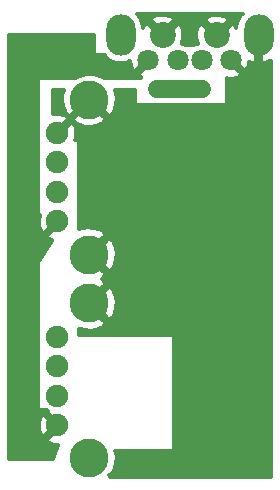
<source format=gbr>
G04 #@! TF.GenerationSoftware,KiCad,Pcbnew,(5.0.0)*
G04 #@! TF.CreationDate,2018-10-08T17:29:21-04:00*
G04 #@! TF.ProjectId,m3_usb_split,6D335F7573625F73706C69742E6B6963,0*
G04 #@! TF.SameCoordinates,Original*
G04 #@! TF.FileFunction,Copper,L1,Top,Signal*
G04 #@! TF.FilePolarity,Positive*
%FSLAX46Y46*%
G04 Gerber Fmt 4.6, Leading zero omitted, Abs format (unit mm)*
G04 Created by KiCad (PCBNEW (5.0.0)) date 10/08/18 17:29:21*
%MOMM*%
%LPD*%
G01*
G04 APERTURE LIST*
G04 #@! TA.AperFunction,ComponentPad*
%ADD10C,1.900000*%
G04 #@! TD*
G04 #@! TA.AperFunction,ComponentPad*
%ADD11C,3.300000*%
G04 #@! TD*
G04 #@! TA.AperFunction,ComponentPad*
%ADD12O,2.500000X3.500000*%
G04 #@! TD*
G04 #@! TA.AperFunction,ComponentPad*
%ADD13C,2.200000*%
G04 #@! TD*
G04 #@! TA.AperFunction,ComponentPad*
%ADD14C,1.800000*%
G04 #@! TD*
G04 #@! TA.AperFunction,ViaPad*
%ADD15C,1.100000*%
G04 #@! TD*
G04 #@! TA.AperFunction,Conductor*
%ADD16C,1.000000*%
G04 #@! TD*
G04 #@! TA.AperFunction,Conductor*
%ADD17C,0.500000*%
G04 #@! TD*
G04 #@! TA.AperFunction,Conductor*
%ADD18C,1.500000*%
G04 #@! TD*
G04 #@! TA.AperFunction,Conductor*
%ADD19C,0.400000*%
G04 #@! TD*
G04 #@! TA.AperFunction,Conductor*
%ADD20C,0.300000*%
G04 #@! TD*
G04 APERTURE END LIST*
D10*
G04 #@! TO.P,J3,4*
G04 #@! TO.N,GND*
X107790000Y-127750000D03*
G04 #@! TO.P,J3,3*
G04 #@! TO.N,Net-(J3-Pad3)*
X107800000Y-130250000D03*
G04 #@! TO.P,J3,2*
G04 #@! TO.N,Net-(J3-Pad2)*
X107775000Y-132750000D03*
G04 #@! TO.P,J3,1*
G04 #@! TO.N,VBUS*
X107790000Y-135250000D03*
D11*
G04 #@! TO.P,J3,5*
G04 #@! TO.N,GND*
X110500000Y-124930000D03*
X110500000Y-138070000D03*
G04 #@! TD*
D12*
G04 #@! TO.P,J1,5*
G04 #@! TO.N,GND*
X124850000Y-102250000D03*
X113150000Y-102250000D03*
D13*
X121300000Y-102250000D03*
X116700000Y-102250000D03*
D14*
G04 #@! TO.P,J1,4*
X122500000Y-104350000D03*
G04 #@! TO.P,J1,3*
G04 #@! TO.N,Net-(J1-Pad3)*
X120000000Y-104350000D03*
G04 #@! TO.P,J1,2*
G04 #@! TO.N,Net-(J1-Pad2)*
X118000000Y-104350000D03*
G04 #@! TO.P,J1,1*
G04 #@! TO.N,VBUS*
X115500000Y-104350000D03*
G04 #@! TD*
D11*
G04 #@! TO.P,J2,5*
G04 #@! TO.N,GND*
X110500000Y-120820000D03*
X110500000Y-107680000D03*
D10*
G04 #@! TO.P,J2,1*
G04 #@! TO.N,VBUS*
X107790000Y-118000000D03*
G04 #@! TO.P,J2,2*
G04 #@! TO.N,Net-(J1-Pad2)*
X107775000Y-115500000D03*
G04 #@! TO.P,J2,3*
G04 #@! TO.N,Net-(J1-Pad3)*
X107800000Y-113000000D03*
G04 #@! TO.P,J2,4*
G04 #@! TO.N,GND*
X107790000Y-110500000D03*
G04 #@! TD*
D15*
G04 #@! TO.N,GND*
X124750000Y-106250000D03*
X121500000Y-109500000D03*
X116250000Y-114750000D03*
X117750000Y-139000000D03*
X118250000Y-126500000D03*
X114000000Y-126500000D03*
X114000000Y-123250000D03*
X118500000Y-123250000D03*
X118500000Y-120250000D03*
X118500000Y-116500000D03*
X124500000Y-116500000D03*
X124500000Y-120000000D03*
X124500000Y-124000000D03*
X124500000Y-128000000D03*
X124500000Y-130500000D03*
X124500000Y-133500000D03*
X124500000Y-136250000D03*
X124500000Y-139000000D03*
X121000000Y-139000000D03*
G04 #@! TO.N,Net-(J1-Pad3)*
X120000000Y-106750000D03*
X116250000Y-106750000D03*
G04 #@! TD*
D16*
G04 #@! TO.N,GND*
X116000000Y-114750000D02*
X116250000Y-114750000D01*
X121500000Y-109500000D02*
X124750000Y-106250000D01*
D17*
X114000000Y-123250000D02*
X114000000Y-126500000D01*
X118500000Y-120250000D02*
X118500000Y-123250000D01*
X124500000Y-116500000D02*
X118500000Y-116500000D01*
X124500000Y-124000000D02*
X124500000Y-120000000D01*
X124500000Y-130500000D02*
X124500000Y-128000000D01*
X124500000Y-136250000D02*
X124500000Y-133500000D01*
X121000000Y-139000000D02*
X124500000Y-139000000D01*
D18*
G04 #@! TO.N,Net-(J1-Pad3)*
X116250000Y-106750000D02*
X120000000Y-106750000D01*
G04 #@! TD*
D19*
G04 #@! TO.N,VBUS*
G36*
X110800000Y-103750000D02*
X110803843Y-103789018D01*
X110815224Y-103826537D01*
X110833706Y-103861114D01*
X110858579Y-103891421D01*
X110888886Y-103916294D01*
X110923463Y-103934776D01*
X110960982Y-103946157D01*
X111000000Y-103950000D01*
X111741575Y-103950000D01*
X111835523Y-104064477D01*
X112117222Y-104295661D01*
X112438610Y-104467447D01*
X112787337Y-104573232D01*
X113150000Y-104608951D01*
X113512662Y-104573232D01*
X113861389Y-104467447D01*
X113888993Y-104452692D01*
X113934470Y-104749825D01*
X114042553Y-105047562D01*
X114110284Y-105174278D01*
X114382107Y-105255761D01*
X115287868Y-104350000D01*
X115273726Y-104335858D01*
X115485858Y-104123726D01*
X115500000Y-104137868D01*
X115514143Y-104123726D01*
X115550000Y-104159583D01*
X115550000Y-104540417D01*
X115514143Y-104576275D01*
X115500000Y-104562132D01*
X114594239Y-105467893D01*
X114675722Y-105739716D01*
X114804718Y-105800000D01*
X111736274Y-105800000D01*
X111565775Y-105686076D01*
X111156301Y-105516466D01*
X110721606Y-105430000D01*
X110278394Y-105430000D01*
X109843699Y-105516466D01*
X109434225Y-105686076D01*
X109263726Y-105800000D01*
X106250000Y-105800000D01*
X106210982Y-105803843D01*
X106173463Y-105815224D01*
X106138886Y-105833706D01*
X106108579Y-105858579D01*
X106083706Y-105888886D01*
X106065224Y-105923463D01*
X106053843Y-105960982D01*
X106050000Y-106000000D01*
X106050000Y-117250000D01*
X106053843Y-117289018D01*
X106065224Y-117326537D01*
X106083706Y-117361114D01*
X106108579Y-117391421D01*
X106138886Y-117416294D01*
X106173463Y-117434776D01*
X106210982Y-117446157D01*
X106219019Y-117446949D01*
X106141573Y-117758510D01*
X106126135Y-118084743D01*
X106174638Y-118407718D01*
X106285218Y-118715026D01*
X106359466Y-118853934D01*
X106636393Y-118941475D01*
X107577868Y-118000000D01*
X107563726Y-117985858D01*
X107775858Y-117773726D01*
X107790000Y-117787868D01*
X107804143Y-117773726D01*
X108016275Y-117985858D01*
X108002132Y-118000000D01*
X108016275Y-118014143D01*
X107804143Y-118226275D01*
X107790000Y-118212132D01*
X106848525Y-119153607D01*
X106936066Y-119430534D01*
X107223110Y-119565664D01*
X106080400Y-121394000D01*
X106062980Y-121429124D01*
X106052746Y-121466972D01*
X106050000Y-121500000D01*
X106050000Y-133750000D01*
X106053843Y-133789018D01*
X106065224Y-133826537D01*
X106083706Y-133861114D01*
X106108579Y-133891421D01*
X106138886Y-133916294D01*
X106173463Y-133934776D01*
X106210982Y-133946157D01*
X106250000Y-133950000D01*
X106782968Y-133950000D01*
X106786932Y-133953964D01*
X106874956Y-134012780D01*
X106848525Y-134096393D01*
X107790000Y-135037868D01*
X107804143Y-135023726D01*
X108016275Y-135235858D01*
X108002132Y-135250000D01*
X108016275Y-135264143D01*
X107804143Y-135476275D01*
X107790000Y-135462132D01*
X106848525Y-136403607D01*
X106936066Y-136680534D01*
X107231558Y-136819641D01*
X107548510Y-136898427D01*
X107736736Y-136907334D01*
X107355848Y-138050000D01*
X103700000Y-138050000D01*
X103700000Y-135334743D01*
X106126135Y-135334743D01*
X106174638Y-135657718D01*
X106285218Y-135965026D01*
X106359466Y-136103934D01*
X106636393Y-136191475D01*
X107577868Y-135250000D01*
X106636393Y-134308525D01*
X106359466Y-134396066D01*
X106220359Y-134691558D01*
X106141573Y-135008510D01*
X106126135Y-135334743D01*
X103700000Y-135334743D01*
X103700000Y-102200000D01*
X110800000Y-102200000D01*
X110800000Y-103750000D01*
X110800000Y-103750000D01*
G37*
X110800000Y-103750000D02*
X110803843Y-103789018D01*
X110815224Y-103826537D01*
X110833706Y-103861114D01*
X110858579Y-103891421D01*
X110888886Y-103916294D01*
X110923463Y-103934776D01*
X110960982Y-103946157D01*
X111000000Y-103950000D01*
X111741575Y-103950000D01*
X111835523Y-104064477D01*
X112117222Y-104295661D01*
X112438610Y-104467447D01*
X112787337Y-104573232D01*
X113150000Y-104608951D01*
X113512662Y-104573232D01*
X113861389Y-104467447D01*
X113888993Y-104452692D01*
X113934470Y-104749825D01*
X114042553Y-105047562D01*
X114110284Y-105174278D01*
X114382107Y-105255761D01*
X115287868Y-104350000D01*
X115273726Y-104335858D01*
X115485858Y-104123726D01*
X115500000Y-104137868D01*
X115514143Y-104123726D01*
X115550000Y-104159583D01*
X115550000Y-104540417D01*
X115514143Y-104576275D01*
X115500000Y-104562132D01*
X114594239Y-105467893D01*
X114675722Y-105739716D01*
X114804718Y-105800000D01*
X111736274Y-105800000D01*
X111565775Y-105686076D01*
X111156301Y-105516466D01*
X110721606Y-105430000D01*
X110278394Y-105430000D01*
X109843699Y-105516466D01*
X109434225Y-105686076D01*
X109263726Y-105800000D01*
X106250000Y-105800000D01*
X106210982Y-105803843D01*
X106173463Y-105815224D01*
X106138886Y-105833706D01*
X106108579Y-105858579D01*
X106083706Y-105888886D01*
X106065224Y-105923463D01*
X106053843Y-105960982D01*
X106050000Y-106000000D01*
X106050000Y-117250000D01*
X106053843Y-117289018D01*
X106065224Y-117326537D01*
X106083706Y-117361114D01*
X106108579Y-117391421D01*
X106138886Y-117416294D01*
X106173463Y-117434776D01*
X106210982Y-117446157D01*
X106219019Y-117446949D01*
X106141573Y-117758510D01*
X106126135Y-118084743D01*
X106174638Y-118407718D01*
X106285218Y-118715026D01*
X106359466Y-118853934D01*
X106636393Y-118941475D01*
X107577868Y-118000000D01*
X107563726Y-117985858D01*
X107775858Y-117773726D01*
X107790000Y-117787868D01*
X107804143Y-117773726D01*
X108016275Y-117985858D01*
X108002132Y-118000000D01*
X108016275Y-118014143D01*
X107804143Y-118226275D01*
X107790000Y-118212132D01*
X106848525Y-119153607D01*
X106936066Y-119430534D01*
X107223110Y-119565664D01*
X106080400Y-121394000D01*
X106062980Y-121429124D01*
X106052746Y-121466972D01*
X106050000Y-121500000D01*
X106050000Y-133750000D01*
X106053843Y-133789018D01*
X106065224Y-133826537D01*
X106083706Y-133861114D01*
X106108579Y-133891421D01*
X106138886Y-133916294D01*
X106173463Y-133934776D01*
X106210982Y-133946157D01*
X106250000Y-133950000D01*
X106782968Y-133950000D01*
X106786932Y-133953964D01*
X106874956Y-134012780D01*
X106848525Y-134096393D01*
X107790000Y-135037868D01*
X107804143Y-135023726D01*
X108016275Y-135235858D01*
X108002132Y-135250000D01*
X108016275Y-135264143D01*
X107804143Y-135476275D01*
X107790000Y-135462132D01*
X106848525Y-136403607D01*
X106936066Y-136680534D01*
X107231558Y-136819641D01*
X107548510Y-136898427D01*
X107736736Y-136907334D01*
X107355848Y-138050000D01*
X103700000Y-138050000D01*
X103700000Y-135334743D01*
X106126135Y-135334743D01*
X106174638Y-135657718D01*
X106285218Y-135965026D01*
X106359466Y-136103934D01*
X106636393Y-136191475D01*
X107577868Y-135250000D01*
X106636393Y-134308525D01*
X106359466Y-134396066D01*
X106220359Y-134691558D01*
X106141573Y-135008510D01*
X106126135Y-135334743D01*
X103700000Y-135334743D01*
X103700000Y-102200000D01*
X110800000Y-102200000D01*
X110800000Y-103750000D01*
D20*
G04 #@! TO.N,GND*
G36*
X125050000Y-102050000D02*
X125070000Y-102050000D01*
X125070000Y-102450000D01*
X125050000Y-102450000D01*
X125050000Y-104481991D01*
X125344370Y-104592841D01*
X125395385Y-104589298D01*
X125743735Y-104447557D01*
X125850000Y-104377512D01*
X125850000Y-139600000D01*
X112248772Y-139600000D01*
X112280809Y-139567963D01*
X112158426Y-139445580D01*
X112486813Y-139266290D01*
X112682021Y-138855696D01*
X112793376Y-138414908D01*
X112816597Y-137960864D01*
X112750793Y-137511015D01*
X112711323Y-137400000D01*
X117500000Y-137400000D01*
X117529264Y-137397118D01*
X117557403Y-137388582D01*
X117583336Y-137374720D01*
X117606066Y-137356066D01*
X117624720Y-137333336D01*
X117638582Y-137307403D01*
X117647118Y-137279264D01*
X117650000Y-137250000D01*
X117650000Y-127750000D01*
X117647118Y-127720736D01*
X117638582Y-127692597D01*
X117624720Y-127666664D01*
X117606066Y-127643934D01*
X117583336Y-127625280D01*
X117557403Y-127611418D01*
X117529264Y-127602882D01*
X117500000Y-127600000D01*
X109650000Y-127600000D01*
X109650000Y-127081449D01*
X109714304Y-127112021D01*
X110155092Y-127223376D01*
X110609136Y-127246597D01*
X111058985Y-127180793D01*
X111487352Y-127028492D01*
X111696290Y-126916813D01*
X111875581Y-126588423D01*
X110500000Y-125212843D01*
X110485858Y-125226985D01*
X110203015Y-124944142D01*
X110217157Y-124930000D01*
X110782843Y-124930000D01*
X112158423Y-126305581D01*
X112486813Y-126126290D01*
X112682021Y-125715696D01*
X112793376Y-125274908D01*
X112816597Y-124820864D01*
X112750793Y-124371015D01*
X112598492Y-123942648D01*
X112486813Y-123733710D01*
X112158423Y-123554419D01*
X110782843Y-124930000D01*
X110217157Y-124930000D01*
X110203015Y-124915858D01*
X110485858Y-124633015D01*
X110500000Y-124647157D01*
X111875581Y-123271577D01*
X111696290Y-122943187D01*
X111561258Y-122878989D01*
X111696290Y-122806813D01*
X111875581Y-122478423D01*
X110500000Y-121102843D01*
X110485858Y-121116985D01*
X110203015Y-120834142D01*
X110217157Y-120820000D01*
X110782843Y-120820000D01*
X112158423Y-122195581D01*
X112486813Y-122016290D01*
X112682021Y-121605696D01*
X112793376Y-121164908D01*
X112816597Y-120710864D01*
X112750793Y-120261015D01*
X112598492Y-119832648D01*
X112486813Y-119623710D01*
X112158423Y-119444419D01*
X110782843Y-120820000D01*
X110217157Y-120820000D01*
X110203015Y-120805858D01*
X110485858Y-120523015D01*
X110500000Y-120537157D01*
X111875581Y-119161577D01*
X111696290Y-118833187D01*
X111285696Y-118637979D01*
X110844908Y-118526624D01*
X110390864Y-118503403D01*
X109941015Y-118569207D01*
X109650000Y-118672674D01*
X109650000Y-111250000D01*
X109647118Y-111220736D01*
X109638582Y-111192597D01*
X109624720Y-111166664D01*
X109606066Y-111143934D01*
X109583336Y-111125280D01*
X109557403Y-111111418D01*
X109529264Y-111102882D01*
X109500000Y-111100000D01*
X109282354Y-111100000D01*
X109329806Y-110989631D01*
X109395742Y-110679821D01*
X109399970Y-110363102D01*
X109342327Y-110051643D01*
X109225029Y-109757415D01*
X109204697Y-109719375D01*
X108947840Y-109625003D01*
X108072843Y-110500000D01*
X108086985Y-110514142D01*
X107804142Y-110796985D01*
X107790000Y-110782843D01*
X107775858Y-110796985D01*
X107493015Y-110514142D01*
X107507157Y-110500000D01*
X107493015Y-110485858D01*
X107775858Y-110203015D01*
X107790000Y-110217157D01*
X108664997Y-109342160D01*
X108663624Y-109338423D01*
X109124419Y-109338423D01*
X109303710Y-109666813D01*
X109714304Y-109862021D01*
X110155092Y-109973376D01*
X110609136Y-109996597D01*
X111058985Y-109930793D01*
X111487352Y-109778492D01*
X111696290Y-109666813D01*
X111875581Y-109338423D01*
X110500000Y-107962843D01*
X109124419Y-109338423D01*
X108663624Y-109338423D01*
X108570625Y-109085303D01*
X108279631Y-108960194D01*
X107969821Y-108894258D01*
X107653102Y-108890030D01*
X107400000Y-108936873D01*
X107400000Y-106900000D01*
X108316540Y-106900000D01*
X108206624Y-107335092D01*
X108183403Y-107789136D01*
X108249207Y-108238985D01*
X108401508Y-108667352D01*
X108513187Y-108876290D01*
X108841577Y-109055581D01*
X110217157Y-107680000D01*
X110203015Y-107665858D01*
X110485858Y-107383015D01*
X110500000Y-107397157D01*
X110514142Y-107383015D01*
X110796985Y-107665858D01*
X110782843Y-107680000D01*
X112158423Y-109055581D01*
X112486813Y-108876290D01*
X112682021Y-108465696D01*
X112793376Y-108024908D01*
X112816597Y-107570864D01*
X112750793Y-107121015D01*
X112672214Y-106900000D01*
X114350000Y-106900000D01*
X114350000Y-108000000D01*
X114352882Y-108029264D01*
X114361418Y-108057403D01*
X114375280Y-108083336D01*
X114393934Y-108106066D01*
X114416664Y-108124720D01*
X114442597Y-108138582D01*
X114470736Y-108147118D01*
X114500000Y-108150000D01*
X122000000Y-108150000D01*
X122029264Y-108147118D01*
X122057403Y-108138582D01*
X122083336Y-108124720D01*
X122106066Y-108106066D01*
X122124720Y-108083336D01*
X122138582Y-108057403D01*
X122147118Y-108029264D01*
X122150000Y-108000000D01*
X122150000Y-105868525D01*
X122332001Y-105906498D01*
X122638886Y-105909365D01*
X122940435Y-105852307D01*
X123225057Y-105737516D01*
X123250857Y-105723726D01*
X123339116Y-105471959D01*
X122500000Y-104632843D01*
X122485858Y-104646985D01*
X122203015Y-104364142D01*
X122217157Y-104350000D01*
X122203015Y-104335858D01*
X122485858Y-104053015D01*
X122500000Y-104067157D01*
X122514142Y-104053015D01*
X122796985Y-104335858D01*
X122782843Y-104350000D01*
X123621959Y-105189116D01*
X123873726Y-105100857D01*
X123993815Y-104818429D01*
X124056498Y-104517999D01*
X124056774Y-104488453D01*
X124304615Y-104589298D01*
X124355630Y-104592841D01*
X124650000Y-104481991D01*
X124650000Y-102450000D01*
X124630000Y-102450000D01*
X124630000Y-102050000D01*
X124650000Y-102050000D01*
X124650000Y-102030000D01*
X125050000Y-102030000D01*
X125050000Y-102050000D01*
X125050000Y-102050000D01*
G37*
X125050000Y-102050000D02*
X125070000Y-102050000D01*
X125070000Y-102450000D01*
X125050000Y-102450000D01*
X125050000Y-104481991D01*
X125344370Y-104592841D01*
X125395385Y-104589298D01*
X125743735Y-104447557D01*
X125850000Y-104377512D01*
X125850000Y-139600000D01*
X112248772Y-139600000D01*
X112280809Y-139567963D01*
X112158426Y-139445580D01*
X112486813Y-139266290D01*
X112682021Y-138855696D01*
X112793376Y-138414908D01*
X112816597Y-137960864D01*
X112750793Y-137511015D01*
X112711323Y-137400000D01*
X117500000Y-137400000D01*
X117529264Y-137397118D01*
X117557403Y-137388582D01*
X117583336Y-137374720D01*
X117606066Y-137356066D01*
X117624720Y-137333336D01*
X117638582Y-137307403D01*
X117647118Y-137279264D01*
X117650000Y-137250000D01*
X117650000Y-127750000D01*
X117647118Y-127720736D01*
X117638582Y-127692597D01*
X117624720Y-127666664D01*
X117606066Y-127643934D01*
X117583336Y-127625280D01*
X117557403Y-127611418D01*
X117529264Y-127602882D01*
X117500000Y-127600000D01*
X109650000Y-127600000D01*
X109650000Y-127081449D01*
X109714304Y-127112021D01*
X110155092Y-127223376D01*
X110609136Y-127246597D01*
X111058985Y-127180793D01*
X111487352Y-127028492D01*
X111696290Y-126916813D01*
X111875581Y-126588423D01*
X110500000Y-125212843D01*
X110485858Y-125226985D01*
X110203015Y-124944142D01*
X110217157Y-124930000D01*
X110782843Y-124930000D01*
X112158423Y-126305581D01*
X112486813Y-126126290D01*
X112682021Y-125715696D01*
X112793376Y-125274908D01*
X112816597Y-124820864D01*
X112750793Y-124371015D01*
X112598492Y-123942648D01*
X112486813Y-123733710D01*
X112158423Y-123554419D01*
X110782843Y-124930000D01*
X110217157Y-124930000D01*
X110203015Y-124915858D01*
X110485858Y-124633015D01*
X110500000Y-124647157D01*
X111875581Y-123271577D01*
X111696290Y-122943187D01*
X111561258Y-122878989D01*
X111696290Y-122806813D01*
X111875581Y-122478423D01*
X110500000Y-121102843D01*
X110485858Y-121116985D01*
X110203015Y-120834142D01*
X110217157Y-120820000D01*
X110782843Y-120820000D01*
X112158423Y-122195581D01*
X112486813Y-122016290D01*
X112682021Y-121605696D01*
X112793376Y-121164908D01*
X112816597Y-120710864D01*
X112750793Y-120261015D01*
X112598492Y-119832648D01*
X112486813Y-119623710D01*
X112158423Y-119444419D01*
X110782843Y-120820000D01*
X110217157Y-120820000D01*
X110203015Y-120805858D01*
X110485858Y-120523015D01*
X110500000Y-120537157D01*
X111875581Y-119161577D01*
X111696290Y-118833187D01*
X111285696Y-118637979D01*
X110844908Y-118526624D01*
X110390864Y-118503403D01*
X109941015Y-118569207D01*
X109650000Y-118672674D01*
X109650000Y-111250000D01*
X109647118Y-111220736D01*
X109638582Y-111192597D01*
X109624720Y-111166664D01*
X109606066Y-111143934D01*
X109583336Y-111125280D01*
X109557403Y-111111418D01*
X109529264Y-111102882D01*
X109500000Y-111100000D01*
X109282354Y-111100000D01*
X109329806Y-110989631D01*
X109395742Y-110679821D01*
X109399970Y-110363102D01*
X109342327Y-110051643D01*
X109225029Y-109757415D01*
X109204697Y-109719375D01*
X108947840Y-109625003D01*
X108072843Y-110500000D01*
X108086985Y-110514142D01*
X107804142Y-110796985D01*
X107790000Y-110782843D01*
X107775858Y-110796985D01*
X107493015Y-110514142D01*
X107507157Y-110500000D01*
X107493015Y-110485858D01*
X107775858Y-110203015D01*
X107790000Y-110217157D01*
X108664997Y-109342160D01*
X108663624Y-109338423D01*
X109124419Y-109338423D01*
X109303710Y-109666813D01*
X109714304Y-109862021D01*
X110155092Y-109973376D01*
X110609136Y-109996597D01*
X111058985Y-109930793D01*
X111487352Y-109778492D01*
X111696290Y-109666813D01*
X111875581Y-109338423D01*
X110500000Y-107962843D01*
X109124419Y-109338423D01*
X108663624Y-109338423D01*
X108570625Y-109085303D01*
X108279631Y-108960194D01*
X107969821Y-108894258D01*
X107653102Y-108890030D01*
X107400000Y-108936873D01*
X107400000Y-106900000D01*
X108316540Y-106900000D01*
X108206624Y-107335092D01*
X108183403Y-107789136D01*
X108249207Y-108238985D01*
X108401508Y-108667352D01*
X108513187Y-108876290D01*
X108841577Y-109055581D01*
X110217157Y-107680000D01*
X110203015Y-107665858D01*
X110485858Y-107383015D01*
X110500000Y-107397157D01*
X110514142Y-107383015D01*
X110796985Y-107665858D01*
X110782843Y-107680000D01*
X112158423Y-109055581D01*
X112486813Y-108876290D01*
X112682021Y-108465696D01*
X112793376Y-108024908D01*
X112816597Y-107570864D01*
X112750793Y-107121015D01*
X112672214Y-106900000D01*
X114350000Y-106900000D01*
X114350000Y-108000000D01*
X114352882Y-108029264D01*
X114361418Y-108057403D01*
X114375280Y-108083336D01*
X114393934Y-108106066D01*
X114416664Y-108124720D01*
X114442597Y-108138582D01*
X114470736Y-108147118D01*
X114500000Y-108150000D01*
X122000000Y-108150000D01*
X122029264Y-108147118D01*
X122057403Y-108138582D01*
X122083336Y-108124720D01*
X122106066Y-108106066D01*
X122124720Y-108083336D01*
X122138582Y-108057403D01*
X122147118Y-108029264D01*
X122150000Y-108000000D01*
X122150000Y-105868525D01*
X122332001Y-105906498D01*
X122638886Y-105909365D01*
X122940435Y-105852307D01*
X123225057Y-105737516D01*
X123250857Y-105723726D01*
X123339116Y-105471959D01*
X122500000Y-104632843D01*
X122485858Y-104646985D01*
X122203015Y-104364142D01*
X122217157Y-104350000D01*
X122203015Y-104335858D01*
X122485858Y-104053015D01*
X122500000Y-104067157D01*
X122514142Y-104053015D01*
X122796985Y-104335858D01*
X122782843Y-104350000D01*
X123621959Y-105189116D01*
X123873726Y-105100857D01*
X123993815Y-104818429D01*
X124056498Y-104517999D01*
X124056774Y-104488453D01*
X124304615Y-104589298D01*
X124355630Y-104592841D01*
X124650000Y-104481991D01*
X124650000Y-102450000D01*
X124630000Y-102450000D01*
X124630000Y-102050000D01*
X124650000Y-102050000D01*
X124650000Y-102030000D01*
X125050000Y-102030000D01*
X125050000Y-102050000D01*
G36*
X110796985Y-138055858D02*
X110782843Y-138070000D01*
X110796985Y-138084142D01*
X110514142Y-138366985D01*
X110500000Y-138352843D01*
X110485858Y-138366985D01*
X110203015Y-138084142D01*
X110217157Y-138070000D01*
X110203015Y-138055858D01*
X110485858Y-137773015D01*
X110500000Y-137787157D01*
X110514142Y-137773015D01*
X110796985Y-138055858D01*
X110796985Y-138055858D01*
G37*
X110796985Y-138055858D02*
X110782843Y-138070000D01*
X110796985Y-138084142D01*
X110514142Y-138366985D01*
X110500000Y-138352843D01*
X110485858Y-138366985D01*
X110203015Y-138084142D01*
X110217157Y-138070000D01*
X110203015Y-138055858D01*
X110485858Y-137773015D01*
X110500000Y-137787157D01*
X110514142Y-137773015D01*
X110796985Y-138055858D01*
G36*
X123374670Y-100523679D02*
X123163775Y-100835065D01*
X123017680Y-101181611D01*
X122942000Y-101550000D01*
X122942000Y-101621960D01*
X122877441Y-101454876D01*
X122837501Y-101380153D01*
X122565348Y-101267494D01*
X121582843Y-102250000D01*
X121596985Y-102264142D01*
X121314142Y-102546985D01*
X121300000Y-102532843D01*
X121285858Y-102546985D01*
X121003015Y-102264142D01*
X121017157Y-102250000D01*
X120034652Y-101267494D01*
X119762499Y-101380153D01*
X119622342Y-101696819D01*
X119546658Y-102034743D01*
X119538353Y-102380938D01*
X119597748Y-102722103D01*
X119680096Y-102935226D01*
X119577051Y-102955723D01*
X119313167Y-103065027D01*
X119260826Y-103100000D01*
X118739174Y-103100000D01*
X118686833Y-103065027D01*
X118422949Y-102955723D01*
X118319270Y-102935100D01*
X118377658Y-102803181D01*
X118453342Y-102465257D01*
X118461647Y-102119062D01*
X118402252Y-101777897D01*
X118277441Y-101454876D01*
X118237501Y-101380153D01*
X117965348Y-101267494D01*
X116982843Y-102250000D01*
X116996985Y-102264142D01*
X116714142Y-102546985D01*
X116700000Y-102532843D01*
X116685858Y-102546985D01*
X116403015Y-102264142D01*
X116417157Y-102250000D01*
X115434652Y-101267494D01*
X115162499Y-101380153D01*
X115058000Y-101616255D01*
X115058000Y-101550000D01*
X114982320Y-101181611D01*
X114899288Y-100984652D01*
X115717494Y-100984652D01*
X116700000Y-101967157D01*
X117682506Y-100984652D01*
X120317494Y-100984652D01*
X121300000Y-101967157D01*
X122282506Y-100984652D01*
X122169847Y-100712499D01*
X121853181Y-100572342D01*
X121515257Y-100496658D01*
X121169062Y-100488353D01*
X120827897Y-100547748D01*
X120504876Y-100672559D01*
X120430153Y-100712499D01*
X120317494Y-100984652D01*
X117682506Y-100984652D01*
X117569847Y-100712499D01*
X117253181Y-100572342D01*
X116915257Y-100496658D01*
X116569062Y-100488353D01*
X116227897Y-100547748D01*
X115904876Y-100672559D01*
X115830153Y-100712499D01*
X115717494Y-100984652D01*
X114899288Y-100984652D01*
X114836225Y-100835065D01*
X114625330Y-100523679D01*
X114500092Y-100400000D01*
X123499908Y-100400000D01*
X123374670Y-100523679D01*
X123374670Y-100523679D01*
G37*
X123374670Y-100523679D02*
X123163775Y-100835065D01*
X123017680Y-101181611D01*
X122942000Y-101550000D01*
X122942000Y-101621960D01*
X122877441Y-101454876D01*
X122837501Y-101380153D01*
X122565348Y-101267494D01*
X121582843Y-102250000D01*
X121596985Y-102264142D01*
X121314142Y-102546985D01*
X121300000Y-102532843D01*
X121285858Y-102546985D01*
X121003015Y-102264142D01*
X121017157Y-102250000D01*
X120034652Y-101267494D01*
X119762499Y-101380153D01*
X119622342Y-101696819D01*
X119546658Y-102034743D01*
X119538353Y-102380938D01*
X119597748Y-102722103D01*
X119680096Y-102935226D01*
X119577051Y-102955723D01*
X119313167Y-103065027D01*
X119260826Y-103100000D01*
X118739174Y-103100000D01*
X118686833Y-103065027D01*
X118422949Y-102955723D01*
X118319270Y-102935100D01*
X118377658Y-102803181D01*
X118453342Y-102465257D01*
X118461647Y-102119062D01*
X118402252Y-101777897D01*
X118277441Y-101454876D01*
X118237501Y-101380153D01*
X117965348Y-101267494D01*
X116982843Y-102250000D01*
X116996985Y-102264142D01*
X116714142Y-102546985D01*
X116700000Y-102532843D01*
X116685858Y-102546985D01*
X116403015Y-102264142D01*
X116417157Y-102250000D01*
X115434652Y-101267494D01*
X115162499Y-101380153D01*
X115058000Y-101616255D01*
X115058000Y-101550000D01*
X114982320Y-101181611D01*
X114899288Y-100984652D01*
X115717494Y-100984652D01*
X116700000Y-101967157D01*
X117682506Y-100984652D01*
X120317494Y-100984652D01*
X121300000Y-101967157D01*
X122282506Y-100984652D01*
X122169847Y-100712499D01*
X121853181Y-100572342D01*
X121515257Y-100496658D01*
X121169062Y-100488353D01*
X120827897Y-100547748D01*
X120504876Y-100672559D01*
X120430153Y-100712499D01*
X120317494Y-100984652D01*
X117682506Y-100984652D01*
X117569847Y-100712499D01*
X117253181Y-100572342D01*
X116915257Y-100496658D01*
X116569062Y-100488353D01*
X116227897Y-100547748D01*
X115904876Y-100672559D01*
X115830153Y-100712499D01*
X115717494Y-100984652D01*
X114899288Y-100984652D01*
X114836225Y-100835065D01*
X114625330Y-100523679D01*
X114500092Y-100400000D01*
X123499908Y-100400000D01*
X123374670Y-100523679D01*
G36*
X113350000Y-102050000D02*
X113370000Y-102050000D01*
X113370000Y-102450000D01*
X113350000Y-102450000D01*
X113350000Y-102470000D01*
X112950000Y-102470000D01*
X112950000Y-102450000D01*
X112930000Y-102450000D01*
X112930000Y-102050000D01*
X112950000Y-102050000D01*
X112950000Y-102030000D01*
X113350000Y-102030000D01*
X113350000Y-102050000D01*
X113350000Y-102050000D01*
G37*
X113350000Y-102050000D02*
X113370000Y-102050000D01*
X113370000Y-102450000D01*
X113350000Y-102450000D01*
X113350000Y-102470000D01*
X112950000Y-102470000D01*
X112950000Y-102450000D01*
X112930000Y-102450000D01*
X112930000Y-102050000D01*
X112950000Y-102050000D01*
X112950000Y-102030000D01*
X113350000Y-102030000D01*
X113350000Y-102050000D01*
G04 #@! TD*
M02*

</source>
